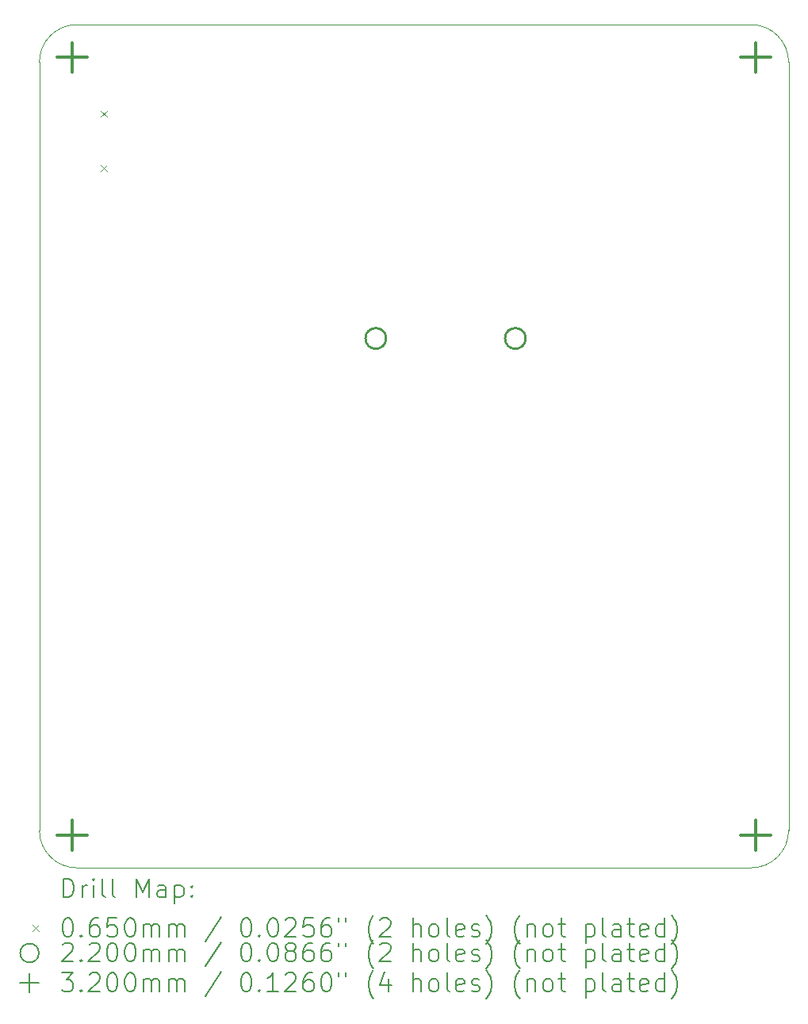
<source format=gbr>
%TF.GenerationSoftware,KiCad,Pcbnew,8.0.2*%
%TF.CreationDate,2025-02-27T03:45:31+05:30*%
%TF.ProjectId,sra_dev_board_2024(CH340C),7372615f-6465-4765-9f62-6f6172645f32,rev?*%
%TF.SameCoordinates,Original*%
%TF.FileFunction,Drillmap*%
%TF.FilePolarity,Positive*%
%FSLAX45Y45*%
G04 Gerber Fmt 4.5, Leading zero omitted, Abs format (unit mm)*
G04 Created by KiCad (PCBNEW 8.0.2) date 2025-02-27 03:45:31*
%MOMM*%
%LPD*%
G01*
G04 APERTURE LIST*
%ADD10C,0.100000*%
%ADD11C,0.200000*%
%ADD12C,0.220000*%
%ADD13C,0.320000*%
G04 APERTURE END LIST*
D10*
X11038000Y-5901000D02*
G75*
G02*
X11438000Y-5501000I400000J0D01*
G01*
X18638000Y-5501000D02*
G75*
G02*
X19038000Y-5901000I0J-400000D01*
G01*
X11438000Y-14501000D02*
X18638000Y-14501000D01*
X19038000Y-14101000D02*
G75*
G02*
X18638000Y-14501000I-400000J0D01*
G01*
X11438000Y-14501000D02*
G75*
G02*
X11038000Y-14101000I0J400000D01*
G01*
X19038000Y-5901000D02*
X19038000Y-14101000D01*
X11438000Y-5501000D02*
X18638000Y-5501000D01*
X11038000Y-5901000D02*
X11038000Y-14101000D01*
D11*
D10*
X11694500Y-6420500D02*
X11759500Y-6485500D01*
X11759500Y-6420500D02*
X11694500Y-6485500D01*
X11694500Y-6998500D02*
X11759500Y-7063500D01*
X11759500Y-6998500D02*
X11694500Y-7063500D01*
D12*
X14740000Y-8850000D02*
G75*
G02*
X14520000Y-8850000I-110000J0D01*
G01*
X14520000Y-8850000D02*
G75*
G02*
X14740000Y-8850000I110000J0D01*
G01*
X16230000Y-8850000D02*
G75*
G02*
X16010000Y-8850000I-110000J0D01*
G01*
X16010000Y-8850000D02*
G75*
G02*
X16230000Y-8850000I110000J0D01*
G01*
D13*
X11388000Y-5691000D02*
X11388000Y-6011000D01*
X11228000Y-5851000D02*
X11548000Y-5851000D01*
X11388000Y-13991000D02*
X11388000Y-14311000D01*
X11228000Y-14151000D02*
X11548000Y-14151000D01*
X18688000Y-5691000D02*
X18688000Y-6011000D01*
X18528000Y-5851000D02*
X18848000Y-5851000D01*
X18688000Y-13991000D02*
X18688000Y-14311000D01*
X18528000Y-14151000D02*
X18848000Y-14151000D01*
D11*
X11293777Y-14817484D02*
X11293777Y-14617484D01*
X11293777Y-14617484D02*
X11341396Y-14617484D01*
X11341396Y-14617484D02*
X11369967Y-14627008D01*
X11369967Y-14627008D02*
X11389015Y-14646055D01*
X11389015Y-14646055D02*
X11398539Y-14665103D01*
X11398539Y-14665103D02*
X11408062Y-14703198D01*
X11408062Y-14703198D02*
X11408062Y-14731769D01*
X11408062Y-14731769D02*
X11398539Y-14769865D01*
X11398539Y-14769865D02*
X11389015Y-14788912D01*
X11389015Y-14788912D02*
X11369967Y-14807960D01*
X11369967Y-14807960D02*
X11341396Y-14817484D01*
X11341396Y-14817484D02*
X11293777Y-14817484D01*
X11493777Y-14817484D02*
X11493777Y-14684150D01*
X11493777Y-14722246D02*
X11503301Y-14703198D01*
X11503301Y-14703198D02*
X11512824Y-14693674D01*
X11512824Y-14693674D02*
X11531872Y-14684150D01*
X11531872Y-14684150D02*
X11550920Y-14684150D01*
X11617586Y-14817484D02*
X11617586Y-14684150D01*
X11617586Y-14617484D02*
X11608062Y-14627008D01*
X11608062Y-14627008D02*
X11617586Y-14636531D01*
X11617586Y-14636531D02*
X11627110Y-14627008D01*
X11627110Y-14627008D02*
X11617586Y-14617484D01*
X11617586Y-14617484D02*
X11617586Y-14636531D01*
X11741396Y-14817484D02*
X11722348Y-14807960D01*
X11722348Y-14807960D02*
X11712824Y-14788912D01*
X11712824Y-14788912D02*
X11712824Y-14617484D01*
X11846158Y-14817484D02*
X11827110Y-14807960D01*
X11827110Y-14807960D02*
X11817586Y-14788912D01*
X11817586Y-14788912D02*
X11817586Y-14617484D01*
X12074729Y-14817484D02*
X12074729Y-14617484D01*
X12074729Y-14617484D02*
X12141396Y-14760341D01*
X12141396Y-14760341D02*
X12208062Y-14617484D01*
X12208062Y-14617484D02*
X12208062Y-14817484D01*
X12389015Y-14817484D02*
X12389015Y-14712722D01*
X12389015Y-14712722D02*
X12379491Y-14693674D01*
X12379491Y-14693674D02*
X12360443Y-14684150D01*
X12360443Y-14684150D02*
X12322348Y-14684150D01*
X12322348Y-14684150D02*
X12303301Y-14693674D01*
X12389015Y-14807960D02*
X12369967Y-14817484D01*
X12369967Y-14817484D02*
X12322348Y-14817484D01*
X12322348Y-14817484D02*
X12303301Y-14807960D01*
X12303301Y-14807960D02*
X12293777Y-14788912D01*
X12293777Y-14788912D02*
X12293777Y-14769865D01*
X12293777Y-14769865D02*
X12303301Y-14750817D01*
X12303301Y-14750817D02*
X12322348Y-14741293D01*
X12322348Y-14741293D02*
X12369967Y-14741293D01*
X12369967Y-14741293D02*
X12389015Y-14731769D01*
X12484253Y-14684150D02*
X12484253Y-14884150D01*
X12484253Y-14693674D02*
X12503301Y-14684150D01*
X12503301Y-14684150D02*
X12541396Y-14684150D01*
X12541396Y-14684150D02*
X12560443Y-14693674D01*
X12560443Y-14693674D02*
X12569967Y-14703198D01*
X12569967Y-14703198D02*
X12579491Y-14722246D01*
X12579491Y-14722246D02*
X12579491Y-14779388D01*
X12579491Y-14779388D02*
X12569967Y-14798436D01*
X12569967Y-14798436D02*
X12560443Y-14807960D01*
X12560443Y-14807960D02*
X12541396Y-14817484D01*
X12541396Y-14817484D02*
X12503301Y-14817484D01*
X12503301Y-14817484D02*
X12484253Y-14807960D01*
X12665205Y-14798436D02*
X12674729Y-14807960D01*
X12674729Y-14807960D02*
X12665205Y-14817484D01*
X12665205Y-14817484D02*
X12655682Y-14807960D01*
X12655682Y-14807960D02*
X12665205Y-14798436D01*
X12665205Y-14798436D02*
X12665205Y-14817484D01*
X12665205Y-14693674D02*
X12674729Y-14703198D01*
X12674729Y-14703198D02*
X12665205Y-14712722D01*
X12665205Y-14712722D02*
X12655682Y-14703198D01*
X12655682Y-14703198D02*
X12665205Y-14693674D01*
X12665205Y-14693674D02*
X12665205Y-14712722D01*
D10*
X10968000Y-15113500D02*
X11033000Y-15178500D01*
X11033000Y-15113500D02*
X10968000Y-15178500D01*
D11*
X11331872Y-15037484D02*
X11350920Y-15037484D01*
X11350920Y-15037484D02*
X11369967Y-15047008D01*
X11369967Y-15047008D02*
X11379491Y-15056531D01*
X11379491Y-15056531D02*
X11389015Y-15075579D01*
X11389015Y-15075579D02*
X11398539Y-15113674D01*
X11398539Y-15113674D02*
X11398539Y-15161293D01*
X11398539Y-15161293D02*
X11389015Y-15199388D01*
X11389015Y-15199388D02*
X11379491Y-15218436D01*
X11379491Y-15218436D02*
X11369967Y-15227960D01*
X11369967Y-15227960D02*
X11350920Y-15237484D01*
X11350920Y-15237484D02*
X11331872Y-15237484D01*
X11331872Y-15237484D02*
X11312824Y-15227960D01*
X11312824Y-15227960D02*
X11303301Y-15218436D01*
X11303301Y-15218436D02*
X11293777Y-15199388D01*
X11293777Y-15199388D02*
X11284253Y-15161293D01*
X11284253Y-15161293D02*
X11284253Y-15113674D01*
X11284253Y-15113674D02*
X11293777Y-15075579D01*
X11293777Y-15075579D02*
X11303301Y-15056531D01*
X11303301Y-15056531D02*
X11312824Y-15047008D01*
X11312824Y-15047008D02*
X11331872Y-15037484D01*
X11484253Y-15218436D02*
X11493777Y-15227960D01*
X11493777Y-15227960D02*
X11484253Y-15237484D01*
X11484253Y-15237484D02*
X11474729Y-15227960D01*
X11474729Y-15227960D02*
X11484253Y-15218436D01*
X11484253Y-15218436D02*
X11484253Y-15237484D01*
X11665205Y-15037484D02*
X11627110Y-15037484D01*
X11627110Y-15037484D02*
X11608062Y-15047008D01*
X11608062Y-15047008D02*
X11598539Y-15056531D01*
X11598539Y-15056531D02*
X11579491Y-15085103D01*
X11579491Y-15085103D02*
X11569967Y-15123198D01*
X11569967Y-15123198D02*
X11569967Y-15199388D01*
X11569967Y-15199388D02*
X11579491Y-15218436D01*
X11579491Y-15218436D02*
X11589015Y-15227960D01*
X11589015Y-15227960D02*
X11608062Y-15237484D01*
X11608062Y-15237484D02*
X11646158Y-15237484D01*
X11646158Y-15237484D02*
X11665205Y-15227960D01*
X11665205Y-15227960D02*
X11674729Y-15218436D01*
X11674729Y-15218436D02*
X11684253Y-15199388D01*
X11684253Y-15199388D02*
X11684253Y-15151769D01*
X11684253Y-15151769D02*
X11674729Y-15132722D01*
X11674729Y-15132722D02*
X11665205Y-15123198D01*
X11665205Y-15123198D02*
X11646158Y-15113674D01*
X11646158Y-15113674D02*
X11608062Y-15113674D01*
X11608062Y-15113674D02*
X11589015Y-15123198D01*
X11589015Y-15123198D02*
X11579491Y-15132722D01*
X11579491Y-15132722D02*
X11569967Y-15151769D01*
X11865205Y-15037484D02*
X11769967Y-15037484D01*
X11769967Y-15037484D02*
X11760443Y-15132722D01*
X11760443Y-15132722D02*
X11769967Y-15123198D01*
X11769967Y-15123198D02*
X11789015Y-15113674D01*
X11789015Y-15113674D02*
X11836634Y-15113674D01*
X11836634Y-15113674D02*
X11855682Y-15123198D01*
X11855682Y-15123198D02*
X11865205Y-15132722D01*
X11865205Y-15132722D02*
X11874729Y-15151769D01*
X11874729Y-15151769D02*
X11874729Y-15199388D01*
X11874729Y-15199388D02*
X11865205Y-15218436D01*
X11865205Y-15218436D02*
X11855682Y-15227960D01*
X11855682Y-15227960D02*
X11836634Y-15237484D01*
X11836634Y-15237484D02*
X11789015Y-15237484D01*
X11789015Y-15237484D02*
X11769967Y-15227960D01*
X11769967Y-15227960D02*
X11760443Y-15218436D01*
X11998539Y-15037484D02*
X12017586Y-15037484D01*
X12017586Y-15037484D02*
X12036634Y-15047008D01*
X12036634Y-15047008D02*
X12046158Y-15056531D01*
X12046158Y-15056531D02*
X12055682Y-15075579D01*
X12055682Y-15075579D02*
X12065205Y-15113674D01*
X12065205Y-15113674D02*
X12065205Y-15161293D01*
X12065205Y-15161293D02*
X12055682Y-15199388D01*
X12055682Y-15199388D02*
X12046158Y-15218436D01*
X12046158Y-15218436D02*
X12036634Y-15227960D01*
X12036634Y-15227960D02*
X12017586Y-15237484D01*
X12017586Y-15237484D02*
X11998539Y-15237484D01*
X11998539Y-15237484D02*
X11979491Y-15227960D01*
X11979491Y-15227960D02*
X11969967Y-15218436D01*
X11969967Y-15218436D02*
X11960443Y-15199388D01*
X11960443Y-15199388D02*
X11950920Y-15161293D01*
X11950920Y-15161293D02*
X11950920Y-15113674D01*
X11950920Y-15113674D02*
X11960443Y-15075579D01*
X11960443Y-15075579D02*
X11969967Y-15056531D01*
X11969967Y-15056531D02*
X11979491Y-15047008D01*
X11979491Y-15047008D02*
X11998539Y-15037484D01*
X12150920Y-15237484D02*
X12150920Y-15104150D01*
X12150920Y-15123198D02*
X12160443Y-15113674D01*
X12160443Y-15113674D02*
X12179491Y-15104150D01*
X12179491Y-15104150D02*
X12208063Y-15104150D01*
X12208063Y-15104150D02*
X12227110Y-15113674D01*
X12227110Y-15113674D02*
X12236634Y-15132722D01*
X12236634Y-15132722D02*
X12236634Y-15237484D01*
X12236634Y-15132722D02*
X12246158Y-15113674D01*
X12246158Y-15113674D02*
X12265205Y-15104150D01*
X12265205Y-15104150D02*
X12293777Y-15104150D01*
X12293777Y-15104150D02*
X12312824Y-15113674D01*
X12312824Y-15113674D02*
X12322348Y-15132722D01*
X12322348Y-15132722D02*
X12322348Y-15237484D01*
X12417586Y-15237484D02*
X12417586Y-15104150D01*
X12417586Y-15123198D02*
X12427110Y-15113674D01*
X12427110Y-15113674D02*
X12446158Y-15104150D01*
X12446158Y-15104150D02*
X12474729Y-15104150D01*
X12474729Y-15104150D02*
X12493777Y-15113674D01*
X12493777Y-15113674D02*
X12503301Y-15132722D01*
X12503301Y-15132722D02*
X12503301Y-15237484D01*
X12503301Y-15132722D02*
X12512824Y-15113674D01*
X12512824Y-15113674D02*
X12531872Y-15104150D01*
X12531872Y-15104150D02*
X12560443Y-15104150D01*
X12560443Y-15104150D02*
X12579491Y-15113674D01*
X12579491Y-15113674D02*
X12589015Y-15132722D01*
X12589015Y-15132722D02*
X12589015Y-15237484D01*
X12979491Y-15027960D02*
X12808063Y-15285103D01*
X13236634Y-15037484D02*
X13255682Y-15037484D01*
X13255682Y-15037484D02*
X13274729Y-15047008D01*
X13274729Y-15047008D02*
X13284253Y-15056531D01*
X13284253Y-15056531D02*
X13293777Y-15075579D01*
X13293777Y-15075579D02*
X13303301Y-15113674D01*
X13303301Y-15113674D02*
X13303301Y-15161293D01*
X13303301Y-15161293D02*
X13293777Y-15199388D01*
X13293777Y-15199388D02*
X13284253Y-15218436D01*
X13284253Y-15218436D02*
X13274729Y-15227960D01*
X13274729Y-15227960D02*
X13255682Y-15237484D01*
X13255682Y-15237484D02*
X13236634Y-15237484D01*
X13236634Y-15237484D02*
X13217586Y-15227960D01*
X13217586Y-15227960D02*
X13208063Y-15218436D01*
X13208063Y-15218436D02*
X13198539Y-15199388D01*
X13198539Y-15199388D02*
X13189015Y-15161293D01*
X13189015Y-15161293D02*
X13189015Y-15113674D01*
X13189015Y-15113674D02*
X13198539Y-15075579D01*
X13198539Y-15075579D02*
X13208063Y-15056531D01*
X13208063Y-15056531D02*
X13217586Y-15047008D01*
X13217586Y-15047008D02*
X13236634Y-15037484D01*
X13389015Y-15218436D02*
X13398539Y-15227960D01*
X13398539Y-15227960D02*
X13389015Y-15237484D01*
X13389015Y-15237484D02*
X13379491Y-15227960D01*
X13379491Y-15227960D02*
X13389015Y-15218436D01*
X13389015Y-15218436D02*
X13389015Y-15237484D01*
X13522348Y-15037484D02*
X13541396Y-15037484D01*
X13541396Y-15037484D02*
X13560444Y-15047008D01*
X13560444Y-15047008D02*
X13569967Y-15056531D01*
X13569967Y-15056531D02*
X13579491Y-15075579D01*
X13579491Y-15075579D02*
X13589015Y-15113674D01*
X13589015Y-15113674D02*
X13589015Y-15161293D01*
X13589015Y-15161293D02*
X13579491Y-15199388D01*
X13579491Y-15199388D02*
X13569967Y-15218436D01*
X13569967Y-15218436D02*
X13560444Y-15227960D01*
X13560444Y-15227960D02*
X13541396Y-15237484D01*
X13541396Y-15237484D02*
X13522348Y-15237484D01*
X13522348Y-15237484D02*
X13503301Y-15227960D01*
X13503301Y-15227960D02*
X13493777Y-15218436D01*
X13493777Y-15218436D02*
X13484253Y-15199388D01*
X13484253Y-15199388D02*
X13474729Y-15161293D01*
X13474729Y-15161293D02*
X13474729Y-15113674D01*
X13474729Y-15113674D02*
X13484253Y-15075579D01*
X13484253Y-15075579D02*
X13493777Y-15056531D01*
X13493777Y-15056531D02*
X13503301Y-15047008D01*
X13503301Y-15047008D02*
X13522348Y-15037484D01*
X13665206Y-15056531D02*
X13674729Y-15047008D01*
X13674729Y-15047008D02*
X13693777Y-15037484D01*
X13693777Y-15037484D02*
X13741396Y-15037484D01*
X13741396Y-15037484D02*
X13760444Y-15047008D01*
X13760444Y-15047008D02*
X13769967Y-15056531D01*
X13769967Y-15056531D02*
X13779491Y-15075579D01*
X13779491Y-15075579D02*
X13779491Y-15094627D01*
X13779491Y-15094627D02*
X13769967Y-15123198D01*
X13769967Y-15123198D02*
X13655682Y-15237484D01*
X13655682Y-15237484D02*
X13779491Y-15237484D01*
X13960444Y-15037484D02*
X13865206Y-15037484D01*
X13865206Y-15037484D02*
X13855682Y-15132722D01*
X13855682Y-15132722D02*
X13865206Y-15123198D01*
X13865206Y-15123198D02*
X13884253Y-15113674D01*
X13884253Y-15113674D02*
X13931872Y-15113674D01*
X13931872Y-15113674D02*
X13950920Y-15123198D01*
X13950920Y-15123198D02*
X13960444Y-15132722D01*
X13960444Y-15132722D02*
X13969967Y-15151769D01*
X13969967Y-15151769D02*
X13969967Y-15199388D01*
X13969967Y-15199388D02*
X13960444Y-15218436D01*
X13960444Y-15218436D02*
X13950920Y-15227960D01*
X13950920Y-15227960D02*
X13931872Y-15237484D01*
X13931872Y-15237484D02*
X13884253Y-15237484D01*
X13884253Y-15237484D02*
X13865206Y-15227960D01*
X13865206Y-15227960D02*
X13855682Y-15218436D01*
X14141396Y-15037484D02*
X14103301Y-15037484D01*
X14103301Y-15037484D02*
X14084253Y-15047008D01*
X14084253Y-15047008D02*
X14074729Y-15056531D01*
X14074729Y-15056531D02*
X14055682Y-15085103D01*
X14055682Y-15085103D02*
X14046158Y-15123198D01*
X14046158Y-15123198D02*
X14046158Y-15199388D01*
X14046158Y-15199388D02*
X14055682Y-15218436D01*
X14055682Y-15218436D02*
X14065206Y-15227960D01*
X14065206Y-15227960D02*
X14084253Y-15237484D01*
X14084253Y-15237484D02*
X14122348Y-15237484D01*
X14122348Y-15237484D02*
X14141396Y-15227960D01*
X14141396Y-15227960D02*
X14150920Y-15218436D01*
X14150920Y-15218436D02*
X14160444Y-15199388D01*
X14160444Y-15199388D02*
X14160444Y-15151769D01*
X14160444Y-15151769D02*
X14150920Y-15132722D01*
X14150920Y-15132722D02*
X14141396Y-15123198D01*
X14141396Y-15123198D02*
X14122348Y-15113674D01*
X14122348Y-15113674D02*
X14084253Y-15113674D01*
X14084253Y-15113674D02*
X14065206Y-15123198D01*
X14065206Y-15123198D02*
X14055682Y-15132722D01*
X14055682Y-15132722D02*
X14046158Y-15151769D01*
X14236634Y-15037484D02*
X14236634Y-15075579D01*
X14312825Y-15037484D02*
X14312825Y-15075579D01*
X14608063Y-15313674D02*
X14598539Y-15304150D01*
X14598539Y-15304150D02*
X14579491Y-15275579D01*
X14579491Y-15275579D02*
X14569968Y-15256531D01*
X14569968Y-15256531D02*
X14560444Y-15227960D01*
X14560444Y-15227960D02*
X14550920Y-15180341D01*
X14550920Y-15180341D02*
X14550920Y-15142246D01*
X14550920Y-15142246D02*
X14560444Y-15094627D01*
X14560444Y-15094627D02*
X14569968Y-15066055D01*
X14569968Y-15066055D02*
X14579491Y-15047008D01*
X14579491Y-15047008D02*
X14598539Y-15018436D01*
X14598539Y-15018436D02*
X14608063Y-15008912D01*
X14674729Y-15056531D02*
X14684253Y-15047008D01*
X14684253Y-15047008D02*
X14703301Y-15037484D01*
X14703301Y-15037484D02*
X14750920Y-15037484D01*
X14750920Y-15037484D02*
X14769968Y-15047008D01*
X14769968Y-15047008D02*
X14779491Y-15056531D01*
X14779491Y-15056531D02*
X14789015Y-15075579D01*
X14789015Y-15075579D02*
X14789015Y-15094627D01*
X14789015Y-15094627D02*
X14779491Y-15123198D01*
X14779491Y-15123198D02*
X14665206Y-15237484D01*
X14665206Y-15237484D02*
X14789015Y-15237484D01*
X15027110Y-15237484D02*
X15027110Y-15037484D01*
X15112825Y-15237484D02*
X15112825Y-15132722D01*
X15112825Y-15132722D02*
X15103301Y-15113674D01*
X15103301Y-15113674D02*
X15084253Y-15104150D01*
X15084253Y-15104150D02*
X15055682Y-15104150D01*
X15055682Y-15104150D02*
X15036634Y-15113674D01*
X15036634Y-15113674D02*
X15027110Y-15123198D01*
X15236634Y-15237484D02*
X15217587Y-15227960D01*
X15217587Y-15227960D02*
X15208063Y-15218436D01*
X15208063Y-15218436D02*
X15198539Y-15199388D01*
X15198539Y-15199388D02*
X15198539Y-15142246D01*
X15198539Y-15142246D02*
X15208063Y-15123198D01*
X15208063Y-15123198D02*
X15217587Y-15113674D01*
X15217587Y-15113674D02*
X15236634Y-15104150D01*
X15236634Y-15104150D02*
X15265206Y-15104150D01*
X15265206Y-15104150D02*
X15284253Y-15113674D01*
X15284253Y-15113674D02*
X15293777Y-15123198D01*
X15293777Y-15123198D02*
X15303301Y-15142246D01*
X15303301Y-15142246D02*
X15303301Y-15199388D01*
X15303301Y-15199388D02*
X15293777Y-15218436D01*
X15293777Y-15218436D02*
X15284253Y-15227960D01*
X15284253Y-15227960D02*
X15265206Y-15237484D01*
X15265206Y-15237484D02*
X15236634Y-15237484D01*
X15417587Y-15237484D02*
X15398539Y-15227960D01*
X15398539Y-15227960D02*
X15389015Y-15208912D01*
X15389015Y-15208912D02*
X15389015Y-15037484D01*
X15569968Y-15227960D02*
X15550920Y-15237484D01*
X15550920Y-15237484D02*
X15512825Y-15237484D01*
X15512825Y-15237484D02*
X15493777Y-15227960D01*
X15493777Y-15227960D02*
X15484253Y-15208912D01*
X15484253Y-15208912D02*
X15484253Y-15132722D01*
X15484253Y-15132722D02*
X15493777Y-15113674D01*
X15493777Y-15113674D02*
X15512825Y-15104150D01*
X15512825Y-15104150D02*
X15550920Y-15104150D01*
X15550920Y-15104150D02*
X15569968Y-15113674D01*
X15569968Y-15113674D02*
X15579491Y-15132722D01*
X15579491Y-15132722D02*
X15579491Y-15151769D01*
X15579491Y-15151769D02*
X15484253Y-15170817D01*
X15655682Y-15227960D02*
X15674730Y-15237484D01*
X15674730Y-15237484D02*
X15712825Y-15237484D01*
X15712825Y-15237484D02*
X15731872Y-15227960D01*
X15731872Y-15227960D02*
X15741396Y-15208912D01*
X15741396Y-15208912D02*
X15741396Y-15199388D01*
X15741396Y-15199388D02*
X15731872Y-15180341D01*
X15731872Y-15180341D02*
X15712825Y-15170817D01*
X15712825Y-15170817D02*
X15684253Y-15170817D01*
X15684253Y-15170817D02*
X15665206Y-15161293D01*
X15665206Y-15161293D02*
X15655682Y-15142246D01*
X15655682Y-15142246D02*
X15655682Y-15132722D01*
X15655682Y-15132722D02*
X15665206Y-15113674D01*
X15665206Y-15113674D02*
X15684253Y-15104150D01*
X15684253Y-15104150D02*
X15712825Y-15104150D01*
X15712825Y-15104150D02*
X15731872Y-15113674D01*
X15808063Y-15313674D02*
X15817587Y-15304150D01*
X15817587Y-15304150D02*
X15836634Y-15275579D01*
X15836634Y-15275579D02*
X15846158Y-15256531D01*
X15846158Y-15256531D02*
X15855682Y-15227960D01*
X15855682Y-15227960D02*
X15865206Y-15180341D01*
X15865206Y-15180341D02*
X15865206Y-15142246D01*
X15865206Y-15142246D02*
X15855682Y-15094627D01*
X15855682Y-15094627D02*
X15846158Y-15066055D01*
X15846158Y-15066055D02*
X15836634Y-15047008D01*
X15836634Y-15047008D02*
X15817587Y-15018436D01*
X15817587Y-15018436D02*
X15808063Y-15008912D01*
X16169968Y-15313674D02*
X16160444Y-15304150D01*
X16160444Y-15304150D02*
X16141396Y-15275579D01*
X16141396Y-15275579D02*
X16131872Y-15256531D01*
X16131872Y-15256531D02*
X16122349Y-15227960D01*
X16122349Y-15227960D02*
X16112825Y-15180341D01*
X16112825Y-15180341D02*
X16112825Y-15142246D01*
X16112825Y-15142246D02*
X16122349Y-15094627D01*
X16122349Y-15094627D02*
X16131872Y-15066055D01*
X16131872Y-15066055D02*
X16141396Y-15047008D01*
X16141396Y-15047008D02*
X16160444Y-15018436D01*
X16160444Y-15018436D02*
X16169968Y-15008912D01*
X16246158Y-15104150D02*
X16246158Y-15237484D01*
X16246158Y-15123198D02*
X16255682Y-15113674D01*
X16255682Y-15113674D02*
X16274730Y-15104150D01*
X16274730Y-15104150D02*
X16303301Y-15104150D01*
X16303301Y-15104150D02*
X16322349Y-15113674D01*
X16322349Y-15113674D02*
X16331872Y-15132722D01*
X16331872Y-15132722D02*
X16331872Y-15237484D01*
X16455682Y-15237484D02*
X16436634Y-15227960D01*
X16436634Y-15227960D02*
X16427111Y-15218436D01*
X16427111Y-15218436D02*
X16417587Y-15199388D01*
X16417587Y-15199388D02*
X16417587Y-15142246D01*
X16417587Y-15142246D02*
X16427111Y-15123198D01*
X16427111Y-15123198D02*
X16436634Y-15113674D01*
X16436634Y-15113674D02*
X16455682Y-15104150D01*
X16455682Y-15104150D02*
X16484253Y-15104150D01*
X16484253Y-15104150D02*
X16503301Y-15113674D01*
X16503301Y-15113674D02*
X16512825Y-15123198D01*
X16512825Y-15123198D02*
X16522349Y-15142246D01*
X16522349Y-15142246D02*
X16522349Y-15199388D01*
X16522349Y-15199388D02*
X16512825Y-15218436D01*
X16512825Y-15218436D02*
X16503301Y-15227960D01*
X16503301Y-15227960D02*
X16484253Y-15237484D01*
X16484253Y-15237484D02*
X16455682Y-15237484D01*
X16579492Y-15104150D02*
X16655682Y-15104150D01*
X16608063Y-15037484D02*
X16608063Y-15208912D01*
X16608063Y-15208912D02*
X16617587Y-15227960D01*
X16617587Y-15227960D02*
X16636634Y-15237484D01*
X16636634Y-15237484D02*
X16655682Y-15237484D01*
X16874730Y-15104150D02*
X16874730Y-15304150D01*
X16874730Y-15113674D02*
X16893777Y-15104150D01*
X16893777Y-15104150D02*
X16931873Y-15104150D01*
X16931873Y-15104150D02*
X16950920Y-15113674D01*
X16950920Y-15113674D02*
X16960444Y-15123198D01*
X16960444Y-15123198D02*
X16969968Y-15142246D01*
X16969968Y-15142246D02*
X16969968Y-15199388D01*
X16969968Y-15199388D02*
X16960444Y-15218436D01*
X16960444Y-15218436D02*
X16950920Y-15227960D01*
X16950920Y-15227960D02*
X16931873Y-15237484D01*
X16931873Y-15237484D02*
X16893777Y-15237484D01*
X16893777Y-15237484D02*
X16874730Y-15227960D01*
X17084254Y-15237484D02*
X17065206Y-15227960D01*
X17065206Y-15227960D02*
X17055682Y-15208912D01*
X17055682Y-15208912D02*
X17055682Y-15037484D01*
X17246158Y-15237484D02*
X17246158Y-15132722D01*
X17246158Y-15132722D02*
X17236635Y-15113674D01*
X17236635Y-15113674D02*
X17217587Y-15104150D01*
X17217587Y-15104150D02*
X17179492Y-15104150D01*
X17179492Y-15104150D02*
X17160444Y-15113674D01*
X17246158Y-15227960D02*
X17227111Y-15237484D01*
X17227111Y-15237484D02*
X17179492Y-15237484D01*
X17179492Y-15237484D02*
X17160444Y-15227960D01*
X17160444Y-15227960D02*
X17150920Y-15208912D01*
X17150920Y-15208912D02*
X17150920Y-15189865D01*
X17150920Y-15189865D02*
X17160444Y-15170817D01*
X17160444Y-15170817D02*
X17179492Y-15161293D01*
X17179492Y-15161293D02*
X17227111Y-15161293D01*
X17227111Y-15161293D02*
X17246158Y-15151769D01*
X17312825Y-15104150D02*
X17389015Y-15104150D01*
X17341396Y-15037484D02*
X17341396Y-15208912D01*
X17341396Y-15208912D02*
X17350920Y-15227960D01*
X17350920Y-15227960D02*
X17369968Y-15237484D01*
X17369968Y-15237484D02*
X17389015Y-15237484D01*
X17531873Y-15227960D02*
X17512825Y-15237484D01*
X17512825Y-15237484D02*
X17474730Y-15237484D01*
X17474730Y-15237484D02*
X17455682Y-15227960D01*
X17455682Y-15227960D02*
X17446158Y-15208912D01*
X17446158Y-15208912D02*
X17446158Y-15132722D01*
X17446158Y-15132722D02*
X17455682Y-15113674D01*
X17455682Y-15113674D02*
X17474730Y-15104150D01*
X17474730Y-15104150D02*
X17512825Y-15104150D01*
X17512825Y-15104150D02*
X17531873Y-15113674D01*
X17531873Y-15113674D02*
X17541396Y-15132722D01*
X17541396Y-15132722D02*
X17541396Y-15151769D01*
X17541396Y-15151769D02*
X17446158Y-15170817D01*
X17712825Y-15237484D02*
X17712825Y-15037484D01*
X17712825Y-15227960D02*
X17693777Y-15237484D01*
X17693777Y-15237484D02*
X17655682Y-15237484D01*
X17655682Y-15237484D02*
X17636635Y-15227960D01*
X17636635Y-15227960D02*
X17627111Y-15218436D01*
X17627111Y-15218436D02*
X17617587Y-15199388D01*
X17617587Y-15199388D02*
X17617587Y-15142246D01*
X17617587Y-15142246D02*
X17627111Y-15123198D01*
X17627111Y-15123198D02*
X17636635Y-15113674D01*
X17636635Y-15113674D02*
X17655682Y-15104150D01*
X17655682Y-15104150D02*
X17693777Y-15104150D01*
X17693777Y-15104150D02*
X17712825Y-15113674D01*
X17789016Y-15313674D02*
X17798539Y-15304150D01*
X17798539Y-15304150D02*
X17817587Y-15275579D01*
X17817587Y-15275579D02*
X17827111Y-15256531D01*
X17827111Y-15256531D02*
X17836635Y-15227960D01*
X17836635Y-15227960D02*
X17846158Y-15180341D01*
X17846158Y-15180341D02*
X17846158Y-15142246D01*
X17846158Y-15142246D02*
X17836635Y-15094627D01*
X17836635Y-15094627D02*
X17827111Y-15066055D01*
X17827111Y-15066055D02*
X17817587Y-15047008D01*
X17817587Y-15047008D02*
X17798539Y-15018436D01*
X17798539Y-15018436D02*
X17789016Y-15008912D01*
X11033000Y-15410000D02*
G75*
G02*
X10833000Y-15410000I-100000J0D01*
G01*
X10833000Y-15410000D02*
G75*
G02*
X11033000Y-15410000I100000J0D01*
G01*
X11284253Y-15320531D02*
X11293777Y-15311008D01*
X11293777Y-15311008D02*
X11312824Y-15301484D01*
X11312824Y-15301484D02*
X11360443Y-15301484D01*
X11360443Y-15301484D02*
X11379491Y-15311008D01*
X11379491Y-15311008D02*
X11389015Y-15320531D01*
X11389015Y-15320531D02*
X11398539Y-15339579D01*
X11398539Y-15339579D02*
X11398539Y-15358627D01*
X11398539Y-15358627D02*
X11389015Y-15387198D01*
X11389015Y-15387198D02*
X11274729Y-15501484D01*
X11274729Y-15501484D02*
X11398539Y-15501484D01*
X11484253Y-15482436D02*
X11493777Y-15491960D01*
X11493777Y-15491960D02*
X11484253Y-15501484D01*
X11484253Y-15501484D02*
X11474729Y-15491960D01*
X11474729Y-15491960D02*
X11484253Y-15482436D01*
X11484253Y-15482436D02*
X11484253Y-15501484D01*
X11569967Y-15320531D02*
X11579491Y-15311008D01*
X11579491Y-15311008D02*
X11598539Y-15301484D01*
X11598539Y-15301484D02*
X11646158Y-15301484D01*
X11646158Y-15301484D02*
X11665205Y-15311008D01*
X11665205Y-15311008D02*
X11674729Y-15320531D01*
X11674729Y-15320531D02*
X11684253Y-15339579D01*
X11684253Y-15339579D02*
X11684253Y-15358627D01*
X11684253Y-15358627D02*
X11674729Y-15387198D01*
X11674729Y-15387198D02*
X11560443Y-15501484D01*
X11560443Y-15501484D02*
X11684253Y-15501484D01*
X11808062Y-15301484D02*
X11827110Y-15301484D01*
X11827110Y-15301484D02*
X11846158Y-15311008D01*
X11846158Y-15311008D02*
X11855682Y-15320531D01*
X11855682Y-15320531D02*
X11865205Y-15339579D01*
X11865205Y-15339579D02*
X11874729Y-15377674D01*
X11874729Y-15377674D02*
X11874729Y-15425293D01*
X11874729Y-15425293D02*
X11865205Y-15463388D01*
X11865205Y-15463388D02*
X11855682Y-15482436D01*
X11855682Y-15482436D02*
X11846158Y-15491960D01*
X11846158Y-15491960D02*
X11827110Y-15501484D01*
X11827110Y-15501484D02*
X11808062Y-15501484D01*
X11808062Y-15501484D02*
X11789015Y-15491960D01*
X11789015Y-15491960D02*
X11779491Y-15482436D01*
X11779491Y-15482436D02*
X11769967Y-15463388D01*
X11769967Y-15463388D02*
X11760443Y-15425293D01*
X11760443Y-15425293D02*
X11760443Y-15377674D01*
X11760443Y-15377674D02*
X11769967Y-15339579D01*
X11769967Y-15339579D02*
X11779491Y-15320531D01*
X11779491Y-15320531D02*
X11789015Y-15311008D01*
X11789015Y-15311008D02*
X11808062Y-15301484D01*
X11998539Y-15301484D02*
X12017586Y-15301484D01*
X12017586Y-15301484D02*
X12036634Y-15311008D01*
X12036634Y-15311008D02*
X12046158Y-15320531D01*
X12046158Y-15320531D02*
X12055682Y-15339579D01*
X12055682Y-15339579D02*
X12065205Y-15377674D01*
X12065205Y-15377674D02*
X12065205Y-15425293D01*
X12065205Y-15425293D02*
X12055682Y-15463388D01*
X12055682Y-15463388D02*
X12046158Y-15482436D01*
X12046158Y-15482436D02*
X12036634Y-15491960D01*
X12036634Y-15491960D02*
X12017586Y-15501484D01*
X12017586Y-15501484D02*
X11998539Y-15501484D01*
X11998539Y-15501484D02*
X11979491Y-15491960D01*
X11979491Y-15491960D02*
X11969967Y-15482436D01*
X11969967Y-15482436D02*
X11960443Y-15463388D01*
X11960443Y-15463388D02*
X11950920Y-15425293D01*
X11950920Y-15425293D02*
X11950920Y-15377674D01*
X11950920Y-15377674D02*
X11960443Y-15339579D01*
X11960443Y-15339579D02*
X11969967Y-15320531D01*
X11969967Y-15320531D02*
X11979491Y-15311008D01*
X11979491Y-15311008D02*
X11998539Y-15301484D01*
X12150920Y-15501484D02*
X12150920Y-15368150D01*
X12150920Y-15387198D02*
X12160443Y-15377674D01*
X12160443Y-15377674D02*
X12179491Y-15368150D01*
X12179491Y-15368150D02*
X12208063Y-15368150D01*
X12208063Y-15368150D02*
X12227110Y-15377674D01*
X12227110Y-15377674D02*
X12236634Y-15396722D01*
X12236634Y-15396722D02*
X12236634Y-15501484D01*
X12236634Y-15396722D02*
X12246158Y-15377674D01*
X12246158Y-15377674D02*
X12265205Y-15368150D01*
X12265205Y-15368150D02*
X12293777Y-15368150D01*
X12293777Y-15368150D02*
X12312824Y-15377674D01*
X12312824Y-15377674D02*
X12322348Y-15396722D01*
X12322348Y-15396722D02*
X12322348Y-15501484D01*
X12417586Y-15501484D02*
X12417586Y-15368150D01*
X12417586Y-15387198D02*
X12427110Y-15377674D01*
X12427110Y-15377674D02*
X12446158Y-15368150D01*
X12446158Y-15368150D02*
X12474729Y-15368150D01*
X12474729Y-15368150D02*
X12493777Y-15377674D01*
X12493777Y-15377674D02*
X12503301Y-15396722D01*
X12503301Y-15396722D02*
X12503301Y-15501484D01*
X12503301Y-15396722D02*
X12512824Y-15377674D01*
X12512824Y-15377674D02*
X12531872Y-15368150D01*
X12531872Y-15368150D02*
X12560443Y-15368150D01*
X12560443Y-15368150D02*
X12579491Y-15377674D01*
X12579491Y-15377674D02*
X12589015Y-15396722D01*
X12589015Y-15396722D02*
X12589015Y-15501484D01*
X12979491Y-15291960D02*
X12808063Y-15549103D01*
X13236634Y-15301484D02*
X13255682Y-15301484D01*
X13255682Y-15301484D02*
X13274729Y-15311008D01*
X13274729Y-15311008D02*
X13284253Y-15320531D01*
X13284253Y-15320531D02*
X13293777Y-15339579D01*
X13293777Y-15339579D02*
X13303301Y-15377674D01*
X13303301Y-15377674D02*
X13303301Y-15425293D01*
X13303301Y-15425293D02*
X13293777Y-15463388D01*
X13293777Y-15463388D02*
X13284253Y-15482436D01*
X13284253Y-15482436D02*
X13274729Y-15491960D01*
X13274729Y-15491960D02*
X13255682Y-15501484D01*
X13255682Y-15501484D02*
X13236634Y-15501484D01*
X13236634Y-15501484D02*
X13217586Y-15491960D01*
X13217586Y-15491960D02*
X13208063Y-15482436D01*
X13208063Y-15482436D02*
X13198539Y-15463388D01*
X13198539Y-15463388D02*
X13189015Y-15425293D01*
X13189015Y-15425293D02*
X13189015Y-15377674D01*
X13189015Y-15377674D02*
X13198539Y-15339579D01*
X13198539Y-15339579D02*
X13208063Y-15320531D01*
X13208063Y-15320531D02*
X13217586Y-15311008D01*
X13217586Y-15311008D02*
X13236634Y-15301484D01*
X13389015Y-15482436D02*
X13398539Y-15491960D01*
X13398539Y-15491960D02*
X13389015Y-15501484D01*
X13389015Y-15501484D02*
X13379491Y-15491960D01*
X13379491Y-15491960D02*
X13389015Y-15482436D01*
X13389015Y-15482436D02*
X13389015Y-15501484D01*
X13522348Y-15301484D02*
X13541396Y-15301484D01*
X13541396Y-15301484D02*
X13560444Y-15311008D01*
X13560444Y-15311008D02*
X13569967Y-15320531D01*
X13569967Y-15320531D02*
X13579491Y-15339579D01*
X13579491Y-15339579D02*
X13589015Y-15377674D01*
X13589015Y-15377674D02*
X13589015Y-15425293D01*
X13589015Y-15425293D02*
X13579491Y-15463388D01*
X13579491Y-15463388D02*
X13569967Y-15482436D01*
X13569967Y-15482436D02*
X13560444Y-15491960D01*
X13560444Y-15491960D02*
X13541396Y-15501484D01*
X13541396Y-15501484D02*
X13522348Y-15501484D01*
X13522348Y-15501484D02*
X13503301Y-15491960D01*
X13503301Y-15491960D02*
X13493777Y-15482436D01*
X13493777Y-15482436D02*
X13484253Y-15463388D01*
X13484253Y-15463388D02*
X13474729Y-15425293D01*
X13474729Y-15425293D02*
X13474729Y-15377674D01*
X13474729Y-15377674D02*
X13484253Y-15339579D01*
X13484253Y-15339579D02*
X13493777Y-15320531D01*
X13493777Y-15320531D02*
X13503301Y-15311008D01*
X13503301Y-15311008D02*
X13522348Y-15301484D01*
X13703301Y-15387198D02*
X13684253Y-15377674D01*
X13684253Y-15377674D02*
X13674729Y-15368150D01*
X13674729Y-15368150D02*
X13665206Y-15349103D01*
X13665206Y-15349103D02*
X13665206Y-15339579D01*
X13665206Y-15339579D02*
X13674729Y-15320531D01*
X13674729Y-15320531D02*
X13684253Y-15311008D01*
X13684253Y-15311008D02*
X13703301Y-15301484D01*
X13703301Y-15301484D02*
X13741396Y-15301484D01*
X13741396Y-15301484D02*
X13760444Y-15311008D01*
X13760444Y-15311008D02*
X13769967Y-15320531D01*
X13769967Y-15320531D02*
X13779491Y-15339579D01*
X13779491Y-15339579D02*
X13779491Y-15349103D01*
X13779491Y-15349103D02*
X13769967Y-15368150D01*
X13769967Y-15368150D02*
X13760444Y-15377674D01*
X13760444Y-15377674D02*
X13741396Y-15387198D01*
X13741396Y-15387198D02*
X13703301Y-15387198D01*
X13703301Y-15387198D02*
X13684253Y-15396722D01*
X13684253Y-15396722D02*
X13674729Y-15406246D01*
X13674729Y-15406246D02*
X13665206Y-15425293D01*
X13665206Y-15425293D02*
X13665206Y-15463388D01*
X13665206Y-15463388D02*
X13674729Y-15482436D01*
X13674729Y-15482436D02*
X13684253Y-15491960D01*
X13684253Y-15491960D02*
X13703301Y-15501484D01*
X13703301Y-15501484D02*
X13741396Y-15501484D01*
X13741396Y-15501484D02*
X13760444Y-15491960D01*
X13760444Y-15491960D02*
X13769967Y-15482436D01*
X13769967Y-15482436D02*
X13779491Y-15463388D01*
X13779491Y-15463388D02*
X13779491Y-15425293D01*
X13779491Y-15425293D02*
X13769967Y-15406246D01*
X13769967Y-15406246D02*
X13760444Y-15396722D01*
X13760444Y-15396722D02*
X13741396Y-15387198D01*
X13950920Y-15301484D02*
X13912825Y-15301484D01*
X13912825Y-15301484D02*
X13893777Y-15311008D01*
X13893777Y-15311008D02*
X13884253Y-15320531D01*
X13884253Y-15320531D02*
X13865206Y-15349103D01*
X13865206Y-15349103D02*
X13855682Y-15387198D01*
X13855682Y-15387198D02*
X13855682Y-15463388D01*
X13855682Y-15463388D02*
X13865206Y-15482436D01*
X13865206Y-15482436D02*
X13874729Y-15491960D01*
X13874729Y-15491960D02*
X13893777Y-15501484D01*
X13893777Y-15501484D02*
X13931872Y-15501484D01*
X13931872Y-15501484D02*
X13950920Y-15491960D01*
X13950920Y-15491960D02*
X13960444Y-15482436D01*
X13960444Y-15482436D02*
X13969967Y-15463388D01*
X13969967Y-15463388D02*
X13969967Y-15415769D01*
X13969967Y-15415769D02*
X13960444Y-15396722D01*
X13960444Y-15396722D02*
X13950920Y-15387198D01*
X13950920Y-15387198D02*
X13931872Y-15377674D01*
X13931872Y-15377674D02*
X13893777Y-15377674D01*
X13893777Y-15377674D02*
X13874729Y-15387198D01*
X13874729Y-15387198D02*
X13865206Y-15396722D01*
X13865206Y-15396722D02*
X13855682Y-15415769D01*
X14141396Y-15301484D02*
X14103301Y-15301484D01*
X14103301Y-15301484D02*
X14084253Y-15311008D01*
X14084253Y-15311008D02*
X14074729Y-15320531D01*
X14074729Y-15320531D02*
X14055682Y-15349103D01*
X14055682Y-15349103D02*
X14046158Y-15387198D01*
X14046158Y-15387198D02*
X14046158Y-15463388D01*
X14046158Y-15463388D02*
X14055682Y-15482436D01*
X14055682Y-15482436D02*
X14065206Y-15491960D01*
X14065206Y-15491960D02*
X14084253Y-15501484D01*
X14084253Y-15501484D02*
X14122348Y-15501484D01*
X14122348Y-15501484D02*
X14141396Y-15491960D01*
X14141396Y-15491960D02*
X14150920Y-15482436D01*
X14150920Y-15482436D02*
X14160444Y-15463388D01*
X14160444Y-15463388D02*
X14160444Y-15415769D01*
X14160444Y-15415769D02*
X14150920Y-15396722D01*
X14150920Y-15396722D02*
X14141396Y-15387198D01*
X14141396Y-15387198D02*
X14122348Y-15377674D01*
X14122348Y-15377674D02*
X14084253Y-15377674D01*
X14084253Y-15377674D02*
X14065206Y-15387198D01*
X14065206Y-15387198D02*
X14055682Y-15396722D01*
X14055682Y-15396722D02*
X14046158Y-15415769D01*
X14236634Y-15301484D02*
X14236634Y-15339579D01*
X14312825Y-15301484D02*
X14312825Y-15339579D01*
X14608063Y-15577674D02*
X14598539Y-15568150D01*
X14598539Y-15568150D02*
X14579491Y-15539579D01*
X14579491Y-15539579D02*
X14569968Y-15520531D01*
X14569968Y-15520531D02*
X14560444Y-15491960D01*
X14560444Y-15491960D02*
X14550920Y-15444341D01*
X14550920Y-15444341D02*
X14550920Y-15406246D01*
X14550920Y-15406246D02*
X14560444Y-15358627D01*
X14560444Y-15358627D02*
X14569968Y-15330055D01*
X14569968Y-15330055D02*
X14579491Y-15311008D01*
X14579491Y-15311008D02*
X14598539Y-15282436D01*
X14598539Y-15282436D02*
X14608063Y-15272912D01*
X14674729Y-15320531D02*
X14684253Y-15311008D01*
X14684253Y-15311008D02*
X14703301Y-15301484D01*
X14703301Y-15301484D02*
X14750920Y-15301484D01*
X14750920Y-15301484D02*
X14769968Y-15311008D01*
X14769968Y-15311008D02*
X14779491Y-15320531D01*
X14779491Y-15320531D02*
X14789015Y-15339579D01*
X14789015Y-15339579D02*
X14789015Y-15358627D01*
X14789015Y-15358627D02*
X14779491Y-15387198D01*
X14779491Y-15387198D02*
X14665206Y-15501484D01*
X14665206Y-15501484D02*
X14789015Y-15501484D01*
X15027110Y-15501484D02*
X15027110Y-15301484D01*
X15112825Y-15501484D02*
X15112825Y-15396722D01*
X15112825Y-15396722D02*
X15103301Y-15377674D01*
X15103301Y-15377674D02*
X15084253Y-15368150D01*
X15084253Y-15368150D02*
X15055682Y-15368150D01*
X15055682Y-15368150D02*
X15036634Y-15377674D01*
X15036634Y-15377674D02*
X15027110Y-15387198D01*
X15236634Y-15501484D02*
X15217587Y-15491960D01*
X15217587Y-15491960D02*
X15208063Y-15482436D01*
X15208063Y-15482436D02*
X15198539Y-15463388D01*
X15198539Y-15463388D02*
X15198539Y-15406246D01*
X15198539Y-15406246D02*
X15208063Y-15387198D01*
X15208063Y-15387198D02*
X15217587Y-15377674D01*
X15217587Y-15377674D02*
X15236634Y-15368150D01*
X15236634Y-15368150D02*
X15265206Y-15368150D01*
X15265206Y-15368150D02*
X15284253Y-15377674D01*
X15284253Y-15377674D02*
X15293777Y-15387198D01*
X15293777Y-15387198D02*
X15303301Y-15406246D01*
X15303301Y-15406246D02*
X15303301Y-15463388D01*
X15303301Y-15463388D02*
X15293777Y-15482436D01*
X15293777Y-15482436D02*
X15284253Y-15491960D01*
X15284253Y-15491960D02*
X15265206Y-15501484D01*
X15265206Y-15501484D02*
X15236634Y-15501484D01*
X15417587Y-15501484D02*
X15398539Y-15491960D01*
X15398539Y-15491960D02*
X15389015Y-15472912D01*
X15389015Y-15472912D02*
X15389015Y-15301484D01*
X15569968Y-15491960D02*
X15550920Y-15501484D01*
X15550920Y-15501484D02*
X15512825Y-15501484D01*
X15512825Y-15501484D02*
X15493777Y-15491960D01*
X15493777Y-15491960D02*
X15484253Y-15472912D01*
X15484253Y-15472912D02*
X15484253Y-15396722D01*
X15484253Y-15396722D02*
X15493777Y-15377674D01*
X15493777Y-15377674D02*
X15512825Y-15368150D01*
X15512825Y-15368150D02*
X15550920Y-15368150D01*
X15550920Y-15368150D02*
X15569968Y-15377674D01*
X15569968Y-15377674D02*
X15579491Y-15396722D01*
X15579491Y-15396722D02*
X15579491Y-15415769D01*
X15579491Y-15415769D02*
X15484253Y-15434817D01*
X15655682Y-15491960D02*
X15674730Y-15501484D01*
X15674730Y-15501484D02*
X15712825Y-15501484D01*
X15712825Y-15501484D02*
X15731872Y-15491960D01*
X15731872Y-15491960D02*
X15741396Y-15472912D01*
X15741396Y-15472912D02*
X15741396Y-15463388D01*
X15741396Y-15463388D02*
X15731872Y-15444341D01*
X15731872Y-15444341D02*
X15712825Y-15434817D01*
X15712825Y-15434817D02*
X15684253Y-15434817D01*
X15684253Y-15434817D02*
X15665206Y-15425293D01*
X15665206Y-15425293D02*
X15655682Y-15406246D01*
X15655682Y-15406246D02*
X15655682Y-15396722D01*
X15655682Y-15396722D02*
X15665206Y-15377674D01*
X15665206Y-15377674D02*
X15684253Y-15368150D01*
X15684253Y-15368150D02*
X15712825Y-15368150D01*
X15712825Y-15368150D02*
X15731872Y-15377674D01*
X15808063Y-15577674D02*
X15817587Y-15568150D01*
X15817587Y-15568150D02*
X15836634Y-15539579D01*
X15836634Y-15539579D02*
X15846158Y-15520531D01*
X15846158Y-15520531D02*
X15855682Y-15491960D01*
X15855682Y-15491960D02*
X15865206Y-15444341D01*
X15865206Y-15444341D02*
X15865206Y-15406246D01*
X15865206Y-15406246D02*
X15855682Y-15358627D01*
X15855682Y-15358627D02*
X15846158Y-15330055D01*
X15846158Y-15330055D02*
X15836634Y-15311008D01*
X15836634Y-15311008D02*
X15817587Y-15282436D01*
X15817587Y-15282436D02*
X15808063Y-15272912D01*
X16169968Y-15577674D02*
X16160444Y-15568150D01*
X16160444Y-15568150D02*
X16141396Y-15539579D01*
X16141396Y-15539579D02*
X16131872Y-15520531D01*
X16131872Y-15520531D02*
X16122349Y-15491960D01*
X16122349Y-15491960D02*
X16112825Y-15444341D01*
X16112825Y-15444341D02*
X16112825Y-15406246D01*
X16112825Y-15406246D02*
X16122349Y-15358627D01*
X16122349Y-15358627D02*
X16131872Y-15330055D01*
X16131872Y-15330055D02*
X16141396Y-15311008D01*
X16141396Y-15311008D02*
X16160444Y-15282436D01*
X16160444Y-15282436D02*
X16169968Y-15272912D01*
X16246158Y-15368150D02*
X16246158Y-15501484D01*
X16246158Y-15387198D02*
X16255682Y-15377674D01*
X16255682Y-15377674D02*
X16274730Y-15368150D01*
X16274730Y-15368150D02*
X16303301Y-15368150D01*
X16303301Y-15368150D02*
X16322349Y-15377674D01*
X16322349Y-15377674D02*
X16331872Y-15396722D01*
X16331872Y-15396722D02*
X16331872Y-15501484D01*
X16455682Y-15501484D02*
X16436634Y-15491960D01*
X16436634Y-15491960D02*
X16427111Y-15482436D01*
X16427111Y-15482436D02*
X16417587Y-15463388D01*
X16417587Y-15463388D02*
X16417587Y-15406246D01*
X16417587Y-15406246D02*
X16427111Y-15387198D01*
X16427111Y-15387198D02*
X16436634Y-15377674D01*
X16436634Y-15377674D02*
X16455682Y-15368150D01*
X16455682Y-15368150D02*
X16484253Y-15368150D01*
X16484253Y-15368150D02*
X16503301Y-15377674D01*
X16503301Y-15377674D02*
X16512825Y-15387198D01*
X16512825Y-15387198D02*
X16522349Y-15406246D01*
X16522349Y-15406246D02*
X16522349Y-15463388D01*
X16522349Y-15463388D02*
X16512825Y-15482436D01*
X16512825Y-15482436D02*
X16503301Y-15491960D01*
X16503301Y-15491960D02*
X16484253Y-15501484D01*
X16484253Y-15501484D02*
X16455682Y-15501484D01*
X16579492Y-15368150D02*
X16655682Y-15368150D01*
X16608063Y-15301484D02*
X16608063Y-15472912D01*
X16608063Y-15472912D02*
X16617587Y-15491960D01*
X16617587Y-15491960D02*
X16636634Y-15501484D01*
X16636634Y-15501484D02*
X16655682Y-15501484D01*
X16874730Y-15368150D02*
X16874730Y-15568150D01*
X16874730Y-15377674D02*
X16893777Y-15368150D01*
X16893777Y-15368150D02*
X16931873Y-15368150D01*
X16931873Y-15368150D02*
X16950920Y-15377674D01*
X16950920Y-15377674D02*
X16960444Y-15387198D01*
X16960444Y-15387198D02*
X16969968Y-15406246D01*
X16969968Y-15406246D02*
X16969968Y-15463388D01*
X16969968Y-15463388D02*
X16960444Y-15482436D01*
X16960444Y-15482436D02*
X16950920Y-15491960D01*
X16950920Y-15491960D02*
X16931873Y-15501484D01*
X16931873Y-15501484D02*
X16893777Y-15501484D01*
X16893777Y-15501484D02*
X16874730Y-15491960D01*
X17084254Y-15501484D02*
X17065206Y-15491960D01*
X17065206Y-15491960D02*
X17055682Y-15472912D01*
X17055682Y-15472912D02*
X17055682Y-15301484D01*
X17246158Y-15501484D02*
X17246158Y-15396722D01*
X17246158Y-15396722D02*
X17236635Y-15377674D01*
X17236635Y-15377674D02*
X17217587Y-15368150D01*
X17217587Y-15368150D02*
X17179492Y-15368150D01*
X17179492Y-15368150D02*
X17160444Y-15377674D01*
X17246158Y-15491960D02*
X17227111Y-15501484D01*
X17227111Y-15501484D02*
X17179492Y-15501484D01*
X17179492Y-15501484D02*
X17160444Y-15491960D01*
X17160444Y-15491960D02*
X17150920Y-15472912D01*
X17150920Y-15472912D02*
X17150920Y-15453865D01*
X17150920Y-15453865D02*
X17160444Y-15434817D01*
X17160444Y-15434817D02*
X17179492Y-15425293D01*
X17179492Y-15425293D02*
X17227111Y-15425293D01*
X17227111Y-15425293D02*
X17246158Y-15415769D01*
X17312825Y-15368150D02*
X17389015Y-15368150D01*
X17341396Y-15301484D02*
X17341396Y-15472912D01*
X17341396Y-15472912D02*
X17350920Y-15491960D01*
X17350920Y-15491960D02*
X17369968Y-15501484D01*
X17369968Y-15501484D02*
X17389015Y-15501484D01*
X17531873Y-15491960D02*
X17512825Y-15501484D01*
X17512825Y-15501484D02*
X17474730Y-15501484D01*
X17474730Y-15501484D02*
X17455682Y-15491960D01*
X17455682Y-15491960D02*
X17446158Y-15472912D01*
X17446158Y-15472912D02*
X17446158Y-15396722D01*
X17446158Y-15396722D02*
X17455682Y-15377674D01*
X17455682Y-15377674D02*
X17474730Y-15368150D01*
X17474730Y-15368150D02*
X17512825Y-15368150D01*
X17512825Y-15368150D02*
X17531873Y-15377674D01*
X17531873Y-15377674D02*
X17541396Y-15396722D01*
X17541396Y-15396722D02*
X17541396Y-15415769D01*
X17541396Y-15415769D02*
X17446158Y-15434817D01*
X17712825Y-15501484D02*
X17712825Y-15301484D01*
X17712825Y-15491960D02*
X17693777Y-15501484D01*
X17693777Y-15501484D02*
X17655682Y-15501484D01*
X17655682Y-15501484D02*
X17636635Y-15491960D01*
X17636635Y-15491960D02*
X17627111Y-15482436D01*
X17627111Y-15482436D02*
X17617587Y-15463388D01*
X17617587Y-15463388D02*
X17617587Y-15406246D01*
X17617587Y-15406246D02*
X17627111Y-15387198D01*
X17627111Y-15387198D02*
X17636635Y-15377674D01*
X17636635Y-15377674D02*
X17655682Y-15368150D01*
X17655682Y-15368150D02*
X17693777Y-15368150D01*
X17693777Y-15368150D02*
X17712825Y-15377674D01*
X17789016Y-15577674D02*
X17798539Y-15568150D01*
X17798539Y-15568150D02*
X17817587Y-15539579D01*
X17817587Y-15539579D02*
X17827111Y-15520531D01*
X17827111Y-15520531D02*
X17836635Y-15491960D01*
X17836635Y-15491960D02*
X17846158Y-15444341D01*
X17846158Y-15444341D02*
X17846158Y-15406246D01*
X17846158Y-15406246D02*
X17836635Y-15358627D01*
X17836635Y-15358627D02*
X17827111Y-15330055D01*
X17827111Y-15330055D02*
X17817587Y-15311008D01*
X17817587Y-15311008D02*
X17798539Y-15282436D01*
X17798539Y-15282436D02*
X17789016Y-15272912D01*
X10933000Y-15630000D02*
X10933000Y-15830000D01*
X10833000Y-15730000D02*
X11033000Y-15730000D01*
X11274729Y-15621484D02*
X11398539Y-15621484D01*
X11398539Y-15621484D02*
X11331872Y-15697674D01*
X11331872Y-15697674D02*
X11360443Y-15697674D01*
X11360443Y-15697674D02*
X11379491Y-15707198D01*
X11379491Y-15707198D02*
X11389015Y-15716722D01*
X11389015Y-15716722D02*
X11398539Y-15735769D01*
X11398539Y-15735769D02*
X11398539Y-15783388D01*
X11398539Y-15783388D02*
X11389015Y-15802436D01*
X11389015Y-15802436D02*
X11379491Y-15811960D01*
X11379491Y-15811960D02*
X11360443Y-15821484D01*
X11360443Y-15821484D02*
X11303301Y-15821484D01*
X11303301Y-15821484D02*
X11284253Y-15811960D01*
X11284253Y-15811960D02*
X11274729Y-15802436D01*
X11484253Y-15802436D02*
X11493777Y-15811960D01*
X11493777Y-15811960D02*
X11484253Y-15821484D01*
X11484253Y-15821484D02*
X11474729Y-15811960D01*
X11474729Y-15811960D02*
X11484253Y-15802436D01*
X11484253Y-15802436D02*
X11484253Y-15821484D01*
X11569967Y-15640531D02*
X11579491Y-15631008D01*
X11579491Y-15631008D02*
X11598539Y-15621484D01*
X11598539Y-15621484D02*
X11646158Y-15621484D01*
X11646158Y-15621484D02*
X11665205Y-15631008D01*
X11665205Y-15631008D02*
X11674729Y-15640531D01*
X11674729Y-15640531D02*
X11684253Y-15659579D01*
X11684253Y-15659579D02*
X11684253Y-15678627D01*
X11684253Y-15678627D02*
X11674729Y-15707198D01*
X11674729Y-15707198D02*
X11560443Y-15821484D01*
X11560443Y-15821484D02*
X11684253Y-15821484D01*
X11808062Y-15621484D02*
X11827110Y-15621484D01*
X11827110Y-15621484D02*
X11846158Y-15631008D01*
X11846158Y-15631008D02*
X11855682Y-15640531D01*
X11855682Y-15640531D02*
X11865205Y-15659579D01*
X11865205Y-15659579D02*
X11874729Y-15697674D01*
X11874729Y-15697674D02*
X11874729Y-15745293D01*
X11874729Y-15745293D02*
X11865205Y-15783388D01*
X11865205Y-15783388D02*
X11855682Y-15802436D01*
X11855682Y-15802436D02*
X11846158Y-15811960D01*
X11846158Y-15811960D02*
X11827110Y-15821484D01*
X11827110Y-15821484D02*
X11808062Y-15821484D01*
X11808062Y-15821484D02*
X11789015Y-15811960D01*
X11789015Y-15811960D02*
X11779491Y-15802436D01*
X11779491Y-15802436D02*
X11769967Y-15783388D01*
X11769967Y-15783388D02*
X11760443Y-15745293D01*
X11760443Y-15745293D02*
X11760443Y-15697674D01*
X11760443Y-15697674D02*
X11769967Y-15659579D01*
X11769967Y-15659579D02*
X11779491Y-15640531D01*
X11779491Y-15640531D02*
X11789015Y-15631008D01*
X11789015Y-15631008D02*
X11808062Y-15621484D01*
X11998539Y-15621484D02*
X12017586Y-15621484D01*
X12017586Y-15621484D02*
X12036634Y-15631008D01*
X12036634Y-15631008D02*
X12046158Y-15640531D01*
X12046158Y-15640531D02*
X12055682Y-15659579D01*
X12055682Y-15659579D02*
X12065205Y-15697674D01*
X12065205Y-15697674D02*
X12065205Y-15745293D01*
X12065205Y-15745293D02*
X12055682Y-15783388D01*
X12055682Y-15783388D02*
X12046158Y-15802436D01*
X12046158Y-15802436D02*
X12036634Y-15811960D01*
X12036634Y-15811960D02*
X12017586Y-15821484D01*
X12017586Y-15821484D02*
X11998539Y-15821484D01*
X11998539Y-15821484D02*
X11979491Y-15811960D01*
X11979491Y-15811960D02*
X11969967Y-15802436D01*
X11969967Y-15802436D02*
X11960443Y-15783388D01*
X11960443Y-15783388D02*
X11950920Y-15745293D01*
X11950920Y-15745293D02*
X11950920Y-15697674D01*
X11950920Y-15697674D02*
X11960443Y-15659579D01*
X11960443Y-15659579D02*
X11969967Y-15640531D01*
X11969967Y-15640531D02*
X11979491Y-15631008D01*
X11979491Y-15631008D02*
X11998539Y-15621484D01*
X12150920Y-15821484D02*
X12150920Y-15688150D01*
X12150920Y-15707198D02*
X12160443Y-15697674D01*
X12160443Y-15697674D02*
X12179491Y-15688150D01*
X12179491Y-15688150D02*
X12208063Y-15688150D01*
X12208063Y-15688150D02*
X12227110Y-15697674D01*
X12227110Y-15697674D02*
X12236634Y-15716722D01*
X12236634Y-15716722D02*
X12236634Y-15821484D01*
X12236634Y-15716722D02*
X12246158Y-15697674D01*
X12246158Y-15697674D02*
X12265205Y-15688150D01*
X12265205Y-15688150D02*
X12293777Y-15688150D01*
X12293777Y-15688150D02*
X12312824Y-15697674D01*
X12312824Y-15697674D02*
X12322348Y-15716722D01*
X12322348Y-15716722D02*
X12322348Y-15821484D01*
X12417586Y-15821484D02*
X12417586Y-15688150D01*
X12417586Y-15707198D02*
X12427110Y-15697674D01*
X12427110Y-15697674D02*
X12446158Y-15688150D01*
X12446158Y-15688150D02*
X12474729Y-15688150D01*
X12474729Y-15688150D02*
X12493777Y-15697674D01*
X12493777Y-15697674D02*
X12503301Y-15716722D01*
X12503301Y-15716722D02*
X12503301Y-15821484D01*
X12503301Y-15716722D02*
X12512824Y-15697674D01*
X12512824Y-15697674D02*
X12531872Y-15688150D01*
X12531872Y-15688150D02*
X12560443Y-15688150D01*
X12560443Y-15688150D02*
X12579491Y-15697674D01*
X12579491Y-15697674D02*
X12589015Y-15716722D01*
X12589015Y-15716722D02*
X12589015Y-15821484D01*
X12979491Y-15611960D02*
X12808063Y-15869103D01*
X13236634Y-15621484D02*
X13255682Y-15621484D01*
X13255682Y-15621484D02*
X13274729Y-15631008D01*
X13274729Y-15631008D02*
X13284253Y-15640531D01*
X13284253Y-15640531D02*
X13293777Y-15659579D01*
X13293777Y-15659579D02*
X13303301Y-15697674D01*
X13303301Y-15697674D02*
X13303301Y-15745293D01*
X13303301Y-15745293D02*
X13293777Y-15783388D01*
X13293777Y-15783388D02*
X13284253Y-15802436D01*
X13284253Y-15802436D02*
X13274729Y-15811960D01*
X13274729Y-15811960D02*
X13255682Y-15821484D01*
X13255682Y-15821484D02*
X13236634Y-15821484D01*
X13236634Y-15821484D02*
X13217586Y-15811960D01*
X13217586Y-15811960D02*
X13208063Y-15802436D01*
X13208063Y-15802436D02*
X13198539Y-15783388D01*
X13198539Y-15783388D02*
X13189015Y-15745293D01*
X13189015Y-15745293D02*
X13189015Y-15697674D01*
X13189015Y-15697674D02*
X13198539Y-15659579D01*
X13198539Y-15659579D02*
X13208063Y-15640531D01*
X13208063Y-15640531D02*
X13217586Y-15631008D01*
X13217586Y-15631008D02*
X13236634Y-15621484D01*
X13389015Y-15802436D02*
X13398539Y-15811960D01*
X13398539Y-15811960D02*
X13389015Y-15821484D01*
X13389015Y-15821484D02*
X13379491Y-15811960D01*
X13379491Y-15811960D02*
X13389015Y-15802436D01*
X13389015Y-15802436D02*
X13389015Y-15821484D01*
X13589015Y-15821484D02*
X13474729Y-15821484D01*
X13531872Y-15821484D02*
X13531872Y-15621484D01*
X13531872Y-15621484D02*
X13512825Y-15650055D01*
X13512825Y-15650055D02*
X13493777Y-15669103D01*
X13493777Y-15669103D02*
X13474729Y-15678627D01*
X13665206Y-15640531D02*
X13674729Y-15631008D01*
X13674729Y-15631008D02*
X13693777Y-15621484D01*
X13693777Y-15621484D02*
X13741396Y-15621484D01*
X13741396Y-15621484D02*
X13760444Y-15631008D01*
X13760444Y-15631008D02*
X13769967Y-15640531D01*
X13769967Y-15640531D02*
X13779491Y-15659579D01*
X13779491Y-15659579D02*
X13779491Y-15678627D01*
X13779491Y-15678627D02*
X13769967Y-15707198D01*
X13769967Y-15707198D02*
X13655682Y-15821484D01*
X13655682Y-15821484D02*
X13779491Y-15821484D01*
X13950920Y-15621484D02*
X13912825Y-15621484D01*
X13912825Y-15621484D02*
X13893777Y-15631008D01*
X13893777Y-15631008D02*
X13884253Y-15640531D01*
X13884253Y-15640531D02*
X13865206Y-15669103D01*
X13865206Y-15669103D02*
X13855682Y-15707198D01*
X13855682Y-15707198D02*
X13855682Y-15783388D01*
X13855682Y-15783388D02*
X13865206Y-15802436D01*
X13865206Y-15802436D02*
X13874729Y-15811960D01*
X13874729Y-15811960D02*
X13893777Y-15821484D01*
X13893777Y-15821484D02*
X13931872Y-15821484D01*
X13931872Y-15821484D02*
X13950920Y-15811960D01*
X13950920Y-15811960D02*
X13960444Y-15802436D01*
X13960444Y-15802436D02*
X13969967Y-15783388D01*
X13969967Y-15783388D02*
X13969967Y-15735769D01*
X13969967Y-15735769D02*
X13960444Y-15716722D01*
X13960444Y-15716722D02*
X13950920Y-15707198D01*
X13950920Y-15707198D02*
X13931872Y-15697674D01*
X13931872Y-15697674D02*
X13893777Y-15697674D01*
X13893777Y-15697674D02*
X13874729Y-15707198D01*
X13874729Y-15707198D02*
X13865206Y-15716722D01*
X13865206Y-15716722D02*
X13855682Y-15735769D01*
X14093777Y-15621484D02*
X14112825Y-15621484D01*
X14112825Y-15621484D02*
X14131872Y-15631008D01*
X14131872Y-15631008D02*
X14141396Y-15640531D01*
X14141396Y-15640531D02*
X14150920Y-15659579D01*
X14150920Y-15659579D02*
X14160444Y-15697674D01*
X14160444Y-15697674D02*
X14160444Y-15745293D01*
X14160444Y-15745293D02*
X14150920Y-15783388D01*
X14150920Y-15783388D02*
X14141396Y-15802436D01*
X14141396Y-15802436D02*
X14131872Y-15811960D01*
X14131872Y-15811960D02*
X14112825Y-15821484D01*
X14112825Y-15821484D02*
X14093777Y-15821484D01*
X14093777Y-15821484D02*
X14074729Y-15811960D01*
X14074729Y-15811960D02*
X14065206Y-15802436D01*
X14065206Y-15802436D02*
X14055682Y-15783388D01*
X14055682Y-15783388D02*
X14046158Y-15745293D01*
X14046158Y-15745293D02*
X14046158Y-15697674D01*
X14046158Y-15697674D02*
X14055682Y-15659579D01*
X14055682Y-15659579D02*
X14065206Y-15640531D01*
X14065206Y-15640531D02*
X14074729Y-15631008D01*
X14074729Y-15631008D02*
X14093777Y-15621484D01*
X14236634Y-15621484D02*
X14236634Y-15659579D01*
X14312825Y-15621484D02*
X14312825Y-15659579D01*
X14608063Y-15897674D02*
X14598539Y-15888150D01*
X14598539Y-15888150D02*
X14579491Y-15859579D01*
X14579491Y-15859579D02*
X14569968Y-15840531D01*
X14569968Y-15840531D02*
X14560444Y-15811960D01*
X14560444Y-15811960D02*
X14550920Y-15764341D01*
X14550920Y-15764341D02*
X14550920Y-15726246D01*
X14550920Y-15726246D02*
X14560444Y-15678627D01*
X14560444Y-15678627D02*
X14569968Y-15650055D01*
X14569968Y-15650055D02*
X14579491Y-15631008D01*
X14579491Y-15631008D02*
X14598539Y-15602436D01*
X14598539Y-15602436D02*
X14608063Y-15592912D01*
X14769968Y-15688150D02*
X14769968Y-15821484D01*
X14722348Y-15611960D02*
X14674729Y-15754817D01*
X14674729Y-15754817D02*
X14798539Y-15754817D01*
X15027110Y-15821484D02*
X15027110Y-15621484D01*
X15112825Y-15821484D02*
X15112825Y-15716722D01*
X15112825Y-15716722D02*
X15103301Y-15697674D01*
X15103301Y-15697674D02*
X15084253Y-15688150D01*
X15084253Y-15688150D02*
X15055682Y-15688150D01*
X15055682Y-15688150D02*
X15036634Y-15697674D01*
X15036634Y-15697674D02*
X15027110Y-15707198D01*
X15236634Y-15821484D02*
X15217587Y-15811960D01*
X15217587Y-15811960D02*
X15208063Y-15802436D01*
X15208063Y-15802436D02*
X15198539Y-15783388D01*
X15198539Y-15783388D02*
X15198539Y-15726246D01*
X15198539Y-15726246D02*
X15208063Y-15707198D01*
X15208063Y-15707198D02*
X15217587Y-15697674D01*
X15217587Y-15697674D02*
X15236634Y-15688150D01*
X15236634Y-15688150D02*
X15265206Y-15688150D01*
X15265206Y-15688150D02*
X15284253Y-15697674D01*
X15284253Y-15697674D02*
X15293777Y-15707198D01*
X15293777Y-15707198D02*
X15303301Y-15726246D01*
X15303301Y-15726246D02*
X15303301Y-15783388D01*
X15303301Y-15783388D02*
X15293777Y-15802436D01*
X15293777Y-15802436D02*
X15284253Y-15811960D01*
X15284253Y-15811960D02*
X15265206Y-15821484D01*
X15265206Y-15821484D02*
X15236634Y-15821484D01*
X15417587Y-15821484D02*
X15398539Y-15811960D01*
X15398539Y-15811960D02*
X15389015Y-15792912D01*
X15389015Y-15792912D02*
X15389015Y-15621484D01*
X15569968Y-15811960D02*
X15550920Y-15821484D01*
X15550920Y-15821484D02*
X15512825Y-15821484D01*
X15512825Y-15821484D02*
X15493777Y-15811960D01*
X15493777Y-15811960D02*
X15484253Y-15792912D01*
X15484253Y-15792912D02*
X15484253Y-15716722D01*
X15484253Y-15716722D02*
X15493777Y-15697674D01*
X15493777Y-15697674D02*
X15512825Y-15688150D01*
X15512825Y-15688150D02*
X15550920Y-15688150D01*
X15550920Y-15688150D02*
X15569968Y-15697674D01*
X15569968Y-15697674D02*
X15579491Y-15716722D01*
X15579491Y-15716722D02*
X15579491Y-15735769D01*
X15579491Y-15735769D02*
X15484253Y-15754817D01*
X15655682Y-15811960D02*
X15674730Y-15821484D01*
X15674730Y-15821484D02*
X15712825Y-15821484D01*
X15712825Y-15821484D02*
X15731872Y-15811960D01*
X15731872Y-15811960D02*
X15741396Y-15792912D01*
X15741396Y-15792912D02*
X15741396Y-15783388D01*
X15741396Y-15783388D02*
X15731872Y-15764341D01*
X15731872Y-15764341D02*
X15712825Y-15754817D01*
X15712825Y-15754817D02*
X15684253Y-15754817D01*
X15684253Y-15754817D02*
X15665206Y-15745293D01*
X15665206Y-15745293D02*
X15655682Y-15726246D01*
X15655682Y-15726246D02*
X15655682Y-15716722D01*
X15655682Y-15716722D02*
X15665206Y-15697674D01*
X15665206Y-15697674D02*
X15684253Y-15688150D01*
X15684253Y-15688150D02*
X15712825Y-15688150D01*
X15712825Y-15688150D02*
X15731872Y-15697674D01*
X15808063Y-15897674D02*
X15817587Y-15888150D01*
X15817587Y-15888150D02*
X15836634Y-15859579D01*
X15836634Y-15859579D02*
X15846158Y-15840531D01*
X15846158Y-15840531D02*
X15855682Y-15811960D01*
X15855682Y-15811960D02*
X15865206Y-15764341D01*
X15865206Y-15764341D02*
X15865206Y-15726246D01*
X15865206Y-15726246D02*
X15855682Y-15678627D01*
X15855682Y-15678627D02*
X15846158Y-15650055D01*
X15846158Y-15650055D02*
X15836634Y-15631008D01*
X15836634Y-15631008D02*
X15817587Y-15602436D01*
X15817587Y-15602436D02*
X15808063Y-15592912D01*
X16169968Y-15897674D02*
X16160444Y-15888150D01*
X16160444Y-15888150D02*
X16141396Y-15859579D01*
X16141396Y-15859579D02*
X16131872Y-15840531D01*
X16131872Y-15840531D02*
X16122349Y-15811960D01*
X16122349Y-15811960D02*
X16112825Y-15764341D01*
X16112825Y-15764341D02*
X16112825Y-15726246D01*
X16112825Y-15726246D02*
X16122349Y-15678627D01*
X16122349Y-15678627D02*
X16131872Y-15650055D01*
X16131872Y-15650055D02*
X16141396Y-15631008D01*
X16141396Y-15631008D02*
X16160444Y-15602436D01*
X16160444Y-15602436D02*
X16169968Y-15592912D01*
X16246158Y-15688150D02*
X16246158Y-15821484D01*
X16246158Y-15707198D02*
X16255682Y-15697674D01*
X16255682Y-15697674D02*
X16274730Y-15688150D01*
X16274730Y-15688150D02*
X16303301Y-15688150D01*
X16303301Y-15688150D02*
X16322349Y-15697674D01*
X16322349Y-15697674D02*
X16331872Y-15716722D01*
X16331872Y-15716722D02*
X16331872Y-15821484D01*
X16455682Y-15821484D02*
X16436634Y-15811960D01*
X16436634Y-15811960D02*
X16427111Y-15802436D01*
X16427111Y-15802436D02*
X16417587Y-15783388D01*
X16417587Y-15783388D02*
X16417587Y-15726246D01*
X16417587Y-15726246D02*
X16427111Y-15707198D01*
X16427111Y-15707198D02*
X16436634Y-15697674D01*
X16436634Y-15697674D02*
X16455682Y-15688150D01*
X16455682Y-15688150D02*
X16484253Y-15688150D01*
X16484253Y-15688150D02*
X16503301Y-15697674D01*
X16503301Y-15697674D02*
X16512825Y-15707198D01*
X16512825Y-15707198D02*
X16522349Y-15726246D01*
X16522349Y-15726246D02*
X16522349Y-15783388D01*
X16522349Y-15783388D02*
X16512825Y-15802436D01*
X16512825Y-15802436D02*
X16503301Y-15811960D01*
X16503301Y-15811960D02*
X16484253Y-15821484D01*
X16484253Y-15821484D02*
X16455682Y-15821484D01*
X16579492Y-15688150D02*
X16655682Y-15688150D01*
X16608063Y-15621484D02*
X16608063Y-15792912D01*
X16608063Y-15792912D02*
X16617587Y-15811960D01*
X16617587Y-15811960D02*
X16636634Y-15821484D01*
X16636634Y-15821484D02*
X16655682Y-15821484D01*
X16874730Y-15688150D02*
X16874730Y-15888150D01*
X16874730Y-15697674D02*
X16893777Y-15688150D01*
X16893777Y-15688150D02*
X16931873Y-15688150D01*
X16931873Y-15688150D02*
X16950920Y-15697674D01*
X16950920Y-15697674D02*
X16960444Y-15707198D01*
X16960444Y-15707198D02*
X16969968Y-15726246D01*
X16969968Y-15726246D02*
X16969968Y-15783388D01*
X16969968Y-15783388D02*
X16960444Y-15802436D01*
X16960444Y-15802436D02*
X16950920Y-15811960D01*
X16950920Y-15811960D02*
X16931873Y-15821484D01*
X16931873Y-15821484D02*
X16893777Y-15821484D01*
X16893777Y-15821484D02*
X16874730Y-15811960D01*
X17084254Y-15821484D02*
X17065206Y-15811960D01*
X17065206Y-15811960D02*
X17055682Y-15792912D01*
X17055682Y-15792912D02*
X17055682Y-15621484D01*
X17246158Y-15821484D02*
X17246158Y-15716722D01*
X17246158Y-15716722D02*
X17236635Y-15697674D01*
X17236635Y-15697674D02*
X17217587Y-15688150D01*
X17217587Y-15688150D02*
X17179492Y-15688150D01*
X17179492Y-15688150D02*
X17160444Y-15697674D01*
X17246158Y-15811960D02*
X17227111Y-15821484D01*
X17227111Y-15821484D02*
X17179492Y-15821484D01*
X17179492Y-15821484D02*
X17160444Y-15811960D01*
X17160444Y-15811960D02*
X17150920Y-15792912D01*
X17150920Y-15792912D02*
X17150920Y-15773865D01*
X17150920Y-15773865D02*
X17160444Y-15754817D01*
X17160444Y-15754817D02*
X17179492Y-15745293D01*
X17179492Y-15745293D02*
X17227111Y-15745293D01*
X17227111Y-15745293D02*
X17246158Y-15735769D01*
X17312825Y-15688150D02*
X17389015Y-15688150D01*
X17341396Y-15621484D02*
X17341396Y-15792912D01*
X17341396Y-15792912D02*
X17350920Y-15811960D01*
X17350920Y-15811960D02*
X17369968Y-15821484D01*
X17369968Y-15821484D02*
X17389015Y-15821484D01*
X17531873Y-15811960D02*
X17512825Y-15821484D01*
X17512825Y-15821484D02*
X17474730Y-15821484D01*
X17474730Y-15821484D02*
X17455682Y-15811960D01*
X17455682Y-15811960D02*
X17446158Y-15792912D01*
X17446158Y-15792912D02*
X17446158Y-15716722D01*
X17446158Y-15716722D02*
X17455682Y-15697674D01*
X17455682Y-15697674D02*
X17474730Y-15688150D01*
X17474730Y-15688150D02*
X17512825Y-15688150D01*
X17512825Y-15688150D02*
X17531873Y-15697674D01*
X17531873Y-15697674D02*
X17541396Y-15716722D01*
X17541396Y-15716722D02*
X17541396Y-15735769D01*
X17541396Y-15735769D02*
X17446158Y-15754817D01*
X17712825Y-15821484D02*
X17712825Y-15621484D01*
X17712825Y-15811960D02*
X17693777Y-15821484D01*
X17693777Y-15821484D02*
X17655682Y-15821484D01*
X17655682Y-15821484D02*
X17636635Y-15811960D01*
X17636635Y-15811960D02*
X17627111Y-15802436D01*
X17627111Y-15802436D02*
X17617587Y-15783388D01*
X17617587Y-15783388D02*
X17617587Y-15726246D01*
X17617587Y-15726246D02*
X17627111Y-15707198D01*
X17627111Y-15707198D02*
X17636635Y-15697674D01*
X17636635Y-15697674D02*
X17655682Y-15688150D01*
X17655682Y-15688150D02*
X17693777Y-15688150D01*
X17693777Y-15688150D02*
X17712825Y-15697674D01*
X17789016Y-15897674D02*
X17798539Y-15888150D01*
X17798539Y-15888150D02*
X17817587Y-15859579D01*
X17817587Y-15859579D02*
X17827111Y-15840531D01*
X17827111Y-15840531D02*
X17836635Y-15811960D01*
X17836635Y-15811960D02*
X17846158Y-15764341D01*
X17846158Y-15764341D02*
X17846158Y-15726246D01*
X17846158Y-15726246D02*
X17836635Y-15678627D01*
X17836635Y-15678627D02*
X17827111Y-15650055D01*
X17827111Y-15650055D02*
X17817587Y-15631008D01*
X17817587Y-15631008D02*
X17798539Y-15602436D01*
X17798539Y-15602436D02*
X17789016Y-15592912D01*
M02*

</source>
